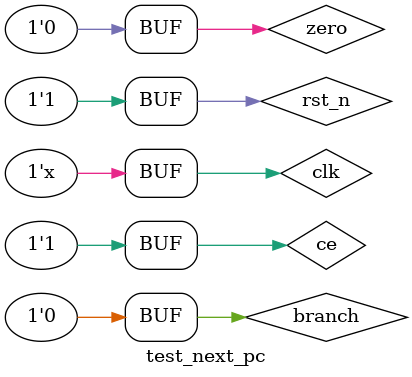
<source format=v>
`timescale 1ns / 1ps


module test_next_pc;

    wire [31:0]    cur_pc;
    reg  [31:0]    imm;
    reg           branch;
    reg           zero;
    
    wire [31:0]    next_pc;
    
    reg              ce;
    //reg  [31:0]      addr;
    wire [31:0]     inst;
    
    reg clk;
    reg rst_n;
        
            
    initial begin
        clk = 0;
        rst_n = 0;
        
        #100
        rst_n = 1'b1;
        ce = 1'b1;       
        
        branch = 1'b0;
        zero = 1'b0;
        
    end
    always #20 clk = ~clk;
    
    next_pc next_pc0(
        .pc(cur_pc),
        .imm(imm),
        .branch(branch),
        .zero(zero),
        .next_pc(next_pc)
        );
        
    inst_mem inst_mem0(
        .ce(ce),
        .addr(cur_pc),
        .inst(inst)
        );
        
    pc pc0(
        .clk(clk),
        .rst_n(rst_n),
            
        .next_pc(next_pc),
        .cur_pc(cur_pc)
        );

endmodule

</source>
